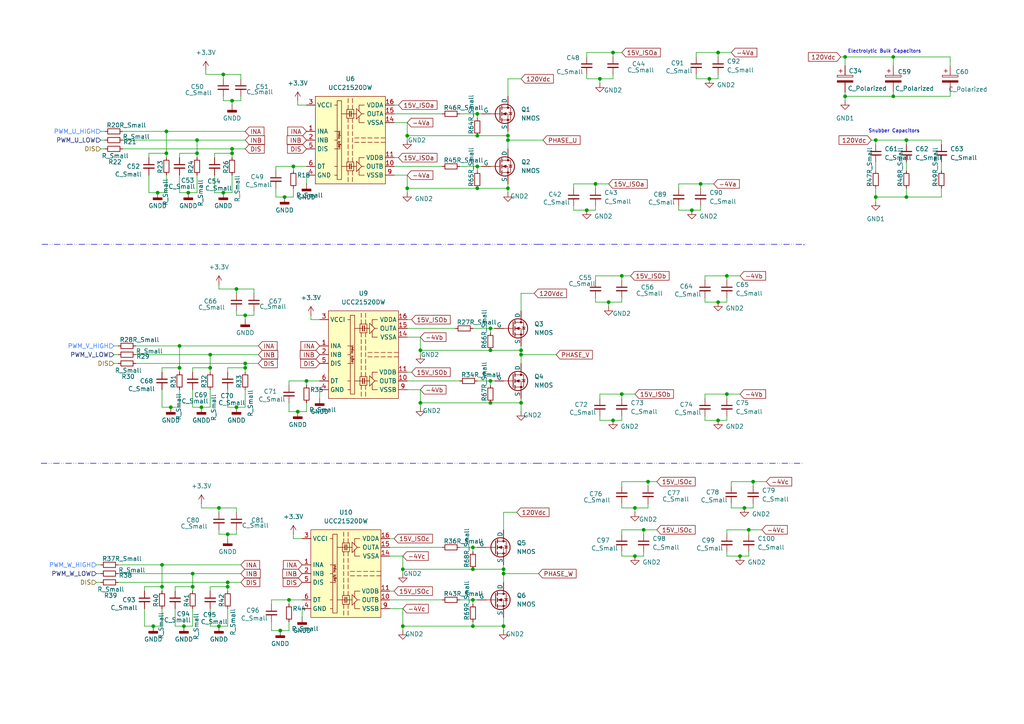
<source format=kicad_sch>
(kicad_sch (version 20240819) (generator "eeschema") (generator_version "8.99")
  (paper "A4")
  (title_block (title "MOTOR_DRIVER_GRAGO"))
  (text "Electrolytic Bulk Capacitors\n" (at 256.54 14.986 0) (effects (font (size 1 1))))
  (text "Snubber Capacitors" (at 259.334 38.1 0) (effects (font (size 1 1))))
  (junction (at 60.96 106.68))
  (junction (at 66.04 168.91))
  (junction (at 218.44 139.7))
  (junction (at 147.32 54.61))
  (junction (at 137.16 173.99))
  (junction (at 146.05 166.37))
  (junction (at 82.55 57.15))
  (junction (at 88.9 110.49))
  (junction (at 55.88 166.37))
  (junction (at 214.63 161.29))
  (junction (at 200.66 60.96))
  (junction (at 63.5 147.32))
  (junction (at 52.07 106.68))
  (junction (at 208.28 15.24))
  (junction (at 172.72 53.34))
  (junction (at 259.08 27.94))
  (junction (at 71.12 106.68))
  (junction (at 186.69 153.67))
  (junction (at 83.82 173.99))
  (junction (at 262.89 57.15))
  (junction (at 146.05 181.61))
  (junction (at 67.31 43.18))
  (junction (at 208.28 87.63))
  (junction (at 63.5 181.61))
  (junction (at 118.11 54.61))
  (junction (at 142.24 95.25))
  (junction (at 208.28 121.92))
  (junction (at 66.04 154.94))
  (junction (at 184.15 161.29))
  (junction (at 66.04 170.18))
  (junction (at 245.11 27.94))
  (junction (at 64.77 21.59))
  (junction (at 254 57.15))
  (junction (at 68.58 118.11))
  (junction (at 52.07 100.33))
  (junction (at 262.89 40.64))
  (junction (at 205.74 22.86))
  (junction (at 116.84 165.1))
  (junction (at 137.16 165.1))
  (junction (at 173.99 22.86))
  (junction (at 48.26 38.1))
  (junction (at 58.42 118.11))
  (junction (at 147.32 39.37))
  (junction (at 138.43 33.02))
  (junction (at 67.31 44.45))
  (junction (at 121.92 116.84))
  (junction (at 177.8 15.24))
  (junction (at 138.43 48.26))
  (junction (at 245.11 16.51))
  (junction (at 55.88 170.18))
  (junction (at 71.12 91.44))
  (junction (at 60.96 102.87))
  (junction (at 147.32 40.64))
  (junction (at 68.58 83.82))
  (junction (at 215.9 147.32))
  (junction (at 254 40.64))
  (junction (at 121.92 101.6))
  (junction (at 67.31 29.21))
  (junction (at 142.24 116.84))
  (junction (at 177.8 121.92))
  (junction (at 64.77 55.88))
  (junction (at 57.15 40.64))
  (junction (at 170.18 60.96))
  (junction (at 184.15 147.32))
  (junction (at 44.45 181.61))
  (junction (at 116.84 181.61))
  (junction (at 48.26 44.45))
  (junction (at 138.43 54.61))
  (junction (at 85.09 48.26))
  (junction (at 71.12 105.41))
  (junction (at 53.34 181.61))
  (junction (at 142.24 110.49))
  (junction (at 259.08 16.51))
  (junction (at 151.13 116.84))
  (junction (at 146.05 165.1))
  (junction (at 142.24 101.6))
  (junction (at 54.61 55.88))
  (junction (at 176.53 87.63))
  (junction (at 151.13 101.6))
  (junction (at 180.34 114.3))
  (junction (at 180.34 80.01))
  (junction (at 210.82 80.01))
  (junction (at 137.16 158.75))
  (junction (at 46.99 170.18))
  (junction (at 86.36 119.38))
  (junction (at 138.43 39.37))
  (junction (at 118.11 39.37))
  (junction (at 49.53 118.11))
  (junction (at 217.17 153.67))
  (junction (at 210.82 114.3))
  (junction (at 203.2 53.34))
  (junction (at 187.96 139.7))
  (junction (at 46.99 163.83))
  (junction (at 45.72 55.88))
  (junction (at 137.16 181.61))
  (junction (at 57.15 44.45))
  (junction (at 151.13 102.87))
  (junction (at 81.28 182.88))
  (wire (pts (xy 210.82 114.3) (xy 210.82 115.57)))
  (wire (pts (xy 121.92 101.6) (xy 121.92 102.87)))
  (wire (pts (xy 63.5 147.32) (xy 63.5 148.59)))
  (wire (pts (xy 133.35 33.02) (xy 138.43 33.02)))
  (wire (pts (xy 118.11 110.49) (xy 133.35 110.49)))
  (wire (pts (xy 186.69 153.67) (xy 186.69 154.94)))
  (wire (pts (xy 55.88 166.37) (xy 55.88 170.18)))
  (wire (pts (xy 149.86 148.59) (xy 146.05 148.59)))
  (wire (pts (xy 147.32 54.61) (xy 138.43 54.61)))
  (wire (pts (xy 66.04 168.91) (xy 69.85 168.91)))
  (wire (pts (xy 52.07 44.45) (xy 57.15 44.45)))
  (wire (pts (xy 68.58 83.82) (xy 68.58 85.09)))
  (wire (pts (xy 215.9 147.32) (xy 218.44 147.32)))
  (wire (pts (xy 147.32 54.61) (xy 147.32 55.88)))
  (wire (pts (xy 186.69 153.67) (xy 190.5 153.67)))
  (wire (pts (xy 114.3 30.48) (xy 115.57 30.48)))
  (wire (pts (xy 60.96 106.68) (xy 60.96 107.95)))
  (wire (pts (xy 87.63 176.53) (xy 87.63 179.07)))
  (wire (pts (xy 66.04 107.95) (xy 66.04 106.68)))
  (wire (pts (xy 196.85 53.34) (xy 196.85 54.61)))
  (wire (pts (xy 142.24 95.25) (xy 142.24 96.52)))
  (wire (pts (xy 118.11 97.79) (xy 121.92 97.79)))
  (wire (pts (xy 55.88 170.18) (xy 55.88 171.45)))
  (wire (pts (xy 204.47 86.36) (xy 204.47 87.63)))
  (wire (pts (xy 71.12 106.68) (xy 71.12 107.95)))
  (wire (pts (xy 172.72 80.01) (xy 172.72 81.28)))
  (wire (pts (xy 71.12 113.03) (xy 71.12 118.11)))
  (wire (pts (xy 180.34 153.67) (xy 180.34 154.94)))
  (wire (pts (xy 39.37 102.87) (xy 60.96 102.87)))
  (wire (pts (xy 59.69 20.32) (xy 59.69 21.59)))
  (wire (pts (xy 62.23 44.45) (xy 67.31 44.45)))
  (wire (pts (xy 172.72 53.34) (xy 176.53 53.34)))
  (wire (pts (xy 259.08 16.51) (xy 275.59 16.51)))
  (wire (pts (xy 27.94 166.37) (xy 29.21 166.37)))
  (wire (pts (xy 114.3 45.72) (xy 115.57 45.72)))
  (wire (pts (xy 142.24 110.49) (xy 142.24 111.76)))
  (wire (pts (xy 85.09 156.21) (xy 87.63 156.21)))
  (wire (pts (xy 212.09 147.32) (xy 215.9 147.32)))
  (wire (pts (xy 43.18 44.45) (xy 43.18 45.72)))
  (wire (pts (xy 35.56 38.1) (xy 48.26 38.1)))
  (wire (pts (xy 137.16 95.25) (xy 142.24 95.25)))
  (wire (pts (xy 55.88 106.68) (xy 60.96 106.68)))
  (wire (pts (xy 137.16 165.1) (xy 146.05 165.1)))
  (wire (pts (xy 118.11 35.56) (xy 118.11 39.37)))
  (wire (pts (xy 50.8 171.45) (xy 50.8 170.18)))
  (wire (pts (xy 43.18 55.88) (xy 45.72 55.88)))
  (wire (pts (xy 64.77 21.59) (xy 69.85 21.59)))
  (wire (pts (xy 64.77 29.21) (xy 67.31 29.21)))
  (wire (pts (xy 208.28 21.59) (xy 208.28 22.86)))
  (wire (pts (xy 85.09 48.26) (xy 85.09 49.53)))
  (wire (pts (xy 146.05 166.37) (xy 146.05 168.91)))
  (wire (pts (xy 59.69 21.59) (xy 64.77 21.59)))
  (wire (pts (xy 29.21 43.18) (xy 30.48 43.18)))
  (wire (pts (xy 142.24 95.25) (xy 143.51 95.25)))
  (wire (pts (xy 45.72 55.88) (xy 48.26 55.88)))
  (wire (pts (xy 83.82 173.99) (xy 87.63 173.99)))
  (wire (pts (xy 187.96 146.05) (xy 187.96 147.32)))
  (wire (pts (xy 180.34 114.3) (xy 180.34 115.57)))
  (wire (pts (xy 180.34 160.02) (xy 180.34 161.29)))
  (wire (pts (xy 147.32 40.64) (xy 157.48 40.64)))
  (wire (pts (xy 27.94 163.83) (xy 29.21 163.83)))
  (wire (pts (xy 262.89 54.61) (xy 262.89 57.15)))
  (wire (pts (xy 138.43 39.37) (xy 147.32 39.37)))
  (wire (pts (xy 151.13 101.6) (xy 151.13 102.87)))
  (wire (pts (xy 180.34 80.01) (xy 172.72 80.01)))
  (wire (pts (xy 52.07 45.72) (xy 52.07 44.45)))
  (wire (pts (xy 252.73 40.64) (xy 254 40.64)))
  (wire (pts (xy 180.34 86.36) (xy 180.34 87.63)))
  (wire (pts (xy 210.82 161.29) (xy 214.63 161.29)))
  (wire (pts (xy 33.02 102.87) (xy 34.29 102.87)))
  (wire (pts (xy 52.07 118.11) (xy 52.07 113.03)))
  (wire (pts (xy 166.37 60.96) (xy 170.18 60.96)))
  (wire (pts (xy 46.99 181.61) (xy 46.99 176.53)))
  (wire (pts (xy 86.36 30.48) (xy 88.9 30.48)))
  (wire (pts (xy 204.47 80.01) (xy 204.47 81.28)))
  (wire (pts (xy 138.43 110.49) (xy 142.24 110.49)))
  (wire (pts (xy 173.99 114.3) (xy 180.34 114.3)))
  (wire (pts (xy 166.37 53.34) (xy 166.37 54.61)))
  (wire (pts (xy 69.85 27.94) (xy 69.85 29.21)))
  (wire (pts (xy 170.18 60.96) (xy 172.72 60.96)))
  (wire (pts (xy 52.07 100.33) (xy 52.07 106.68)))
  (wire (pts (xy 78.74 173.99) (xy 78.74 175.26)))
  (wire (pts (xy 60.96 118.11) (xy 58.42 118.11)))
  (wire (pts (xy 90.17 92.71) (xy 92.71 92.71)))
  (wire (pts (xy 27.94 168.91) (xy 29.21 168.91)))
  (wire (pts (xy 208.28 15.24) (xy 208.28 16.51)))
  (wire (pts (xy 86.36 29.21) (xy 86.36 30.48)))
  (wire (pts (xy 214.63 161.29) (xy 217.17 161.29)))
  (wire (pts (xy 50.8 176.53) (xy 50.8 181.61)))
  (wire (pts (xy 67.31 30.48) (xy 67.31 29.21)))
  (wire (pts (xy 147.32 39.37) (xy 147.32 40.64)))
  (wire (pts (xy 39.37 105.41) (xy 71.12 105.41)))
  (wire (pts (xy 137.16 181.61) (xy 146.05 181.61)))
  (wire (pts (xy 88.9 110.49) (xy 88.9 111.76)))
  (wire (pts (xy 245.11 16.51) (xy 245.11 19.05)))
  (wire (pts (xy 46.99 113.03) (xy 46.99 118.11)))
  (wire (pts (xy 259.08 27.94) (xy 259.08 26.67)))
  (wire (pts (xy 262.89 57.15) (xy 273.05 57.15)))
  (wire (pts (xy 138.43 33.02) (xy 139.7 33.02)))
  (wire (pts (xy 41.91 176.53) (xy 41.91 181.61)))
  (wire (pts (xy 137.16 173.99) (xy 137.16 175.26)))
  (wire (pts (xy 180.34 80.01) (xy 182.88 80.01)))
  (wire (pts (xy 210.82 153.67) (xy 210.82 154.94)))
  (wire (pts (xy 118.11 92.71) (xy 119.38 92.71)))
  (wire (pts (xy 60.96 102.87) (xy 60.96 106.68)))
  (wire (pts (xy 80.01 48.26) (xy 85.09 48.26)))
  (wire (pts (xy 146.05 165.1) (xy 146.05 166.37)))
  (wire (pts (xy 33.02 105.41) (xy 34.29 105.41)))
  (wire (pts (xy 35.56 43.18) (xy 67.31 43.18)))
  (wire (pts (xy 217.17 153.67) (xy 217.17 154.94)))
  (wire (pts (xy 118.11 113.03) (xy 121.92 113.03)))
  (wire (pts (xy 63.5 82.55) (xy 63.5 83.82)))
  (wire (pts (xy 212.09 139.7) (xy 212.09 140.97)))
  (wire (pts (xy 121.92 113.03) (xy 121.92 116.84)))
  (wire (pts (xy 46.99 118.11) (xy 49.53 118.11)))
  (wire (pts (xy 172.72 87.63) (xy 176.53 87.63)))
  (wire (pts (xy 173.99 22.86) (xy 177.8 22.86)))
  (wire (pts (xy 204.47 114.3) (xy 204.47 115.57)))
  (wire (pts (xy 172.72 86.36) (xy 172.72 87.63)))
  (wire (pts (xy 60.96 171.45) (xy 60.96 170.18)))
  (wire (pts (xy 55.88 166.37) (xy 69.85 166.37)))
  (wire (pts (xy 180.34 114.3) (xy 184.15 114.3)))
  (wire (pts (xy 146.05 179.07) (xy 146.05 181.61)))
  (wire (pts (xy 34.29 163.83) (xy 46.99 163.83)))
  (wire (pts (xy 137.16 180.34) (xy 137.16 181.61)))
  (wire (pts (xy 118.11 95.25) (xy 132.08 95.25)))
  (wire (pts (xy 147.32 38.1) (xy 147.32 39.37)))
  (wire (pts (xy 173.99 121.92) (xy 177.8 121.92)))
  (wire (pts (xy 196.85 60.96) (xy 200.66 60.96)))
  (wire (pts (xy 208.28 121.92) (xy 210.82 121.92)))
  (polyline (pts (xy 233.172 70.866) (xy 233.172 71.12)) (stroke (width 0) (type dash_dot_dot)))
  (wire (pts (xy 78.74 180.34) (xy 78.74 182.88)))
  (wire (pts (xy 151.13 102.87) (xy 161.29 102.87)))
  (wire (pts (xy 196.85 53.34) (xy 203.2 53.34)))
  (wire (pts (xy 203.2 53.34) (xy 203.2 54.61)))
  (wire (pts (xy 83.82 119.38) (xy 86.36 119.38)))
  (wire (pts (xy 68.58 83.82) (xy 73.66 83.82)))
  (wire (pts (xy 57.15 40.64) (xy 57.15 44.45)))
  (wire (pts (xy 113.03 158.75) (xy 128.27 158.75)))
  (wire (pts (xy 113.03 173.99) (xy 128.27 173.99)))
  (wire (pts (xy 67.31 44.45) (xy 67.31 45.72)))
  (wire (pts (xy 170.18 15.24) (xy 170.18 16.51)))
  (wire (pts (xy 34.29 166.37) (xy 55.88 166.37)))
  (wire (pts (xy 66.04 154.94) (xy 68.58 154.94)))
  (polyline (pts (xy 12.192 70.866) (xy 155.956 70.866)) (stroke (width 0) (type dash_dot_dot)))
  (wire (pts (xy 151.13 85.09) (xy 151.13 90.17)))
  (wire (pts (xy 180.34 120.65) (xy 180.34 121.92)))
  (wire (pts (xy 68.58 153.67) (xy 68.58 154.94)))
  (wire (pts (xy 180.34 146.05) (xy 180.34 147.32)))
  (wire (pts (xy 151.13 102.87) (xy 151.13 105.41)))
  (wire (pts (xy 92.71 113.03) (xy 92.71 115.57)))
  (wire (pts (xy 60.96 113.03) (xy 60.96 118.11)))
  (wire (pts (xy 55.88 113.03) (xy 55.88 118.11)))
  (wire (pts (xy 245.11 27.94) (xy 245.11 29.21)))
  (wire (pts (xy 67.31 43.18) (xy 67.31 44.45)))
  (wire (pts (xy 49.53 118.11) (xy 52.07 118.11)))
  (wire (pts (xy 259.08 19.05) (xy 259.08 16.51)))
  (wire (pts (xy 121.92 116.84) (xy 121.92 118.11)))
  (wire (pts (xy 71.12 118.11) (xy 68.58 118.11)))
  (wire (pts (xy 63.5 153.67) (xy 63.5 154.94)))
  (wire (pts (xy 113.03 156.21) (xy 114.3 156.21)))
  (wire (pts (xy 52.07 100.33) (xy 74.93 100.33)))
  (wire (pts (xy 204.47 121.92) (xy 208.28 121.92)))
  (wire (pts (xy 212.09 139.7) (xy 218.44 139.7)))
  (wire (pts (xy 118.11 107.95) (xy 119.38 107.95)))
  (wire (pts (xy 210.82 80.01) (xy 214.63 80.01)))
  (wire (pts (xy 210.82 120.65) (xy 210.82 121.92)))
  (wire (pts (xy 88.9 116.84) (xy 88.9 119.38)))
  (wire (pts (xy 46.99 171.45) (xy 46.99 170.18)))
  (wire (pts (xy 114.3 50.8) (xy 118.11 50.8)))
  (wire (pts (xy 114.3 33.02) (xy 128.27 33.02)))
  (wire (pts (xy 173.99 24.13) (xy 173.99 22.86)))
  (wire (pts (xy 147.32 22.86) (xy 147.32 27.94)))
  (wire (pts (xy 68.58 91.44) (xy 71.12 91.44)))
  (wire (pts (xy 116.84 165.1) (xy 137.16 165.1)))
  (wire (pts (xy 39.37 100.33) (xy 52.07 100.33)))
  (wire (pts (xy 146.05 181.61) (xy 146.05 182.88)))
  (wire (pts (xy 48.26 38.1) (xy 71.12 38.1)))
  (wire (pts (xy 44.45 181.61) (xy 46.99 181.61)))
  (wire (pts (xy 177.8 15.24) (xy 180.34 15.24)))
  (wire (pts (xy 208.28 87.63) (xy 210.82 87.63)))
  (wire (pts (xy 68.58 118.11) (xy 66.04 118.11)))
  (wire (pts (xy 138.43 48.26) (xy 138.43 49.53)))
  (wire (pts (xy 218.44 146.05) (xy 218.44 147.32)))
  (wire (pts (xy 184.15 161.29) (xy 186.69 161.29)))
  (wire (pts (xy 172.72 59.69) (xy 172.72 60.96)))
  (wire (pts (xy 118.11 39.37) (xy 138.43 39.37)))
  (wire (pts (xy 273.05 40.64) (xy 273.05 41.91)))
  (wire (pts (xy 35.56 40.64) (xy 57.15 40.64)))
  (wire (pts (xy 184.15 147.32) (xy 187.96 147.32)))
  (wire (pts (xy 245.11 16.51) (xy 259.08 16.51)))
  (wire (pts (xy 180.34 161.29) (xy 184.15 161.29)))
  (wire (pts (xy 71.12 91.44) (xy 73.66 91.44)))
  (wire (pts (xy 57.15 40.64) (xy 71.12 40.64)))
  (wire (pts (xy 50.8 170.18) (xy 55.88 170.18)))
  (wire (pts (xy 118.11 50.8) (xy 118.11 54.61)))
  (wire (pts (xy 52.07 50.8) (xy 52.07 55.88)))
  (wire (pts (xy 254 57.15) (xy 254 58.42)))
  (wire (pts (xy 170.18 21.59) (xy 170.18 22.86)))
  (wire (pts (xy 83.82 116.84) (xy 83.82 119.38)))
  (wire (pts (xy 60.96 170.18) (xy 66.04 170.18)))
  (wire (pts (xy 43.18 50.8) (xy 43.18 55.88)))
  (wire (pts (xy 90.17 91.44) (xy 90.17 92.71)))
  (wire (pts (xy 85.09 48.26) (xy 88.9 48.26)))
  (wire (pts (xy 196.85 59.69) (xy 196.85 60.96)))
  (wire (pts (xy 52.07 106.68) (xy 46.99 106.68)))
  (wire (pts (xy 254 54.61) (xy 254 57.15)))
  (wire (pts (xy 210.82 86.36) (xy 210.82 87.63)))
  (wire (pts (xy 54.61 55.88) (xy 52.07 55.88)))
  (wire (pts (xy 210.82 114.3) (xy 214.63 114.3)))
  (wire (pts (xy 116.84 181.61) (xy 137.16 181.61)))
  (wire (pts (xy 113.03 171.45) (xy 114.3 171.45)))
  (wire (pts (xy 83.82 110.49) (xy 83.82 111.76)))
  (wire (pts (xy 151.13 100.33) (xy 151.13 101.6)))
  (wire (pts (xy 66.04 156.21) (xy 66.04 154.94)))
  (wire (pts (xy 68.58 147.32) (xy 68.58 148.59)))
  (wire (pts (xy 176.53 88.9) (xy 176.53 87.63)))
  (wire (pts (xy 33.02 100.33) (xy 34.29 100.33)))
  (wire (pts (xy 166.37 53.34) (xy 172.72 53.34)))
  (wire (pts (xy 62.23 45.72) (xy 62.23 44.45)))
  (wire (pts (xy 177.8 121.92) (xy 180.34 121.92)))
  (wire (pts (xy 262.89 40.64) (xy 254 40.64)))
  (wire (pts (xy 142.24 101.6) (xy 151.13 101.6)))
  (wire (pts (xy 48.26 55.88) (xy 48.26 50.8)))
  (wire (pts (xy 177.8 21.59) (xy 177.8 22.86)))
  (wire (pts (xy 52.07 107.95) (xy 52.07 106.68)))
  (wire (pts (xy 48.26 45.72) (xy 48.26 44.45)))
  (wire (pts (xy 68.58 90.17) (xy 68.58 91.44)))
  (wire (pts (xy 78.74 173.99) (xy 83.82 173.99)))
  (wire (pts (xy 245.11 27.94) (xy 259.08 27.94)))
  (wire (pts (xy 187.96 139.7) (xy 180.34 139.7)))
  (wire (pts (xy 204.47 114.3) (xy 210.82 114.3)))
  (wire (pts (xy 204.47 120.65) (xy 204.47 121.92)))
  (wire (pts (xy 147.32 53.34) (xy 147.32 54.61)))
  (wire (pts (xy 66.04 181.61) (xy 63.5 181.61)))
  (wire (pts (xy 55.88 181.61) (xy 53.34 181.61)))
  (wire (pts (xy 34.29 168.91) (xy 66.04 168.91)))
  (wire (pts (xy 113.03 161.29) (xy 116.84 161.29)))
  (wire (pts (xy 53.34 181.61) (xy 50.8 181.61)))
  (wire (pts (xy 88.9 50.8) (xy 88.9 53.34)))
  (wire (pts (xy 180.34 80.01) (xy 180.34 81.28)))
  (wire (pts (xy 82.55 57.15) (xy 85.09 57.15)))
  (wire (pts (xy 166.37 59.69) (xy 166.37 60.96)))
  (wire (pts (xy 203.2 53.34) (xy 207.01 53.34)))
  (wire (pts (xy 55.88 176.53) (xy 55.88 181.61)))
  (wire (pts (xy 201.93 15.24) (xy 201.93 16.51)))
  (wire (pts (xy 177.8 15.24) (xy 177.8 16.51)))
  (wire (pts (xy 46.99 106.68) (xy 46.99 107.95)))
  (wire (pts (xy 48.26 38.1) (xy 48.26 44.45)))
  (wire (pts (xy 176.53 87.63) (xy 180.34 87.63)))
  (wire (pts (xy 62.23 50.8) (xy 62.23 55.88)))
  (wire (pts (xy 217.17 160.02) (xy 217.17 161.29)))
  (wire (pts (xy 73.66 83.82) (xy 73.66 85.09)))
  (wire (pts (xy 121.92 101.6) (xy 142.24 101.6)))
  (wire (pts (xy 146.05 163.83) (xy 146.05 165.1)))
  (wire (pts (xy 88.9 110.49) (xy 92.71 110.49)))
  (wire (pts (xy 71.12 92.71) (xy 71.12 91.44)))
  (wire (pts (xy 254 57.15) (xy 262.89 57.15)))
  (wire (pts (xy 57.15 44.45) (xy 57.15 45.72)))
  (wire (pts (xy 41.91 181.61) (xy 44.45 181.61)))
  (wire (pts (xy 187.96 139.7) (xy 190.5 139.7)))
  (wire (pts (xy 63.5 147.32) (xy 68.58 147.32)))
  (wire (pts (xy 60.96 176.53) (xy 60.96 181.61)))
  (wire (pts (xy 80.01 48.26) (xy 80.01 49.53)))
  (wire (pts (xy 204.47 80.01) (xy 210.82 80.01)))
  (wire (pts (xy 205.74 22.86) (xy 208.28 22.86)))
  (wire (pts (xy 83.82 110.49) (xy 88.9 110.49)))
  (wire (pts (xy 64.77 21.59) (xy 64.77 22.86)))
  (wire (pts (xy 58.42 147.32) (xy 63.5 147.32)))
  (wire (pts (xy 173.99 120.65) (xy 173.99 121.92)))
  (wire (pts (xy 85.09 54.61) (xy 85.09 57.15)))
  (wire (pts (xy 85.09 154.94) (xy 85.09 156.21)))
  (wire (pts (xy 173.99 114.3) (xy 173.99 115.57)))
  (wire (pts (xy 180.34 139.7) (xy 180.34 140.97)))
  (wire (pts (xy 151.13 116.84) (xy 151.13 119.38)))
  (wire (pts (xy 114.3 35.56) (xy 118.11 35.56)))
  (wire (pts (xy 55.88 107.95) (xy 55.88 106.68)))
  (wire (pts (xy 203.2 59.69) (xy 203.2 60.96)))
  (wire (pts (xy 137.16 158.75) (xy 138.43 158.75)))
  (polyline (pts (xy 11.938 134.366) (xy 155.702 134.366)) (stroke (width 0) (type dash_dot_dot)))
  (polyline (pts (xy 155.956 70.866) (xy 233.172 70.866)) (stroke (width 0) (type dash_dot_dot)))
  (wire (pts (xy 275.59 16.51) (xy 275.59 19.05)))
  (wire (pts (xy 113.03 176.53) (xy 116.84 176.53)))
  (wire (pts (xy 180.34 153.67) (xy 186.69 153.67)))
  (wire (pts (xy 121.92 116.84) (xy 142.24 116.84)))
  (wire (pts (xy 83.82 180.34) (xy 83.82 182.88)))
  (wire (pts (xy 204.47 87.63) (xy 208.28 87.63)))
  (wire (pts (xy 29.21 38.1) (xy 30.48 38.1)))
  (wire (pts (xy 67.31 43.18) (xy 71.12 43.18)))
  (wire (pts (xy 63.5 154.94) (xy 66.04 154.94)))
  (wire (pts (xy 46.99 163.83) (xy 46.99 170.18)))
  (wire (pts (xy 210.82 153.67) (xy 217.17 153.67)))
  (wire (pts (xy 208.28 15.24) (xy 212.09 15.24)))
  (wire (pts (xy 170.18 22.86) (xy 173.99 22.86)))
  (wire (pts (xy 67.31 55.88) (xy 64.77 55.88)))
  (wire (pts (xy 64.77 27.94) (xy 64.77 29.21)))
  (wire (pts (xy 137.16 173.99) (xy 138.43 173.99)))
  (wire (pts (xy 116.84 181.61) (xy 116.84 182.88)))
  (wire (pts (xy 46.99 163.83) (xy 69.85 163.83)))
  (wire (pts (xy 200.66 60.96) (xy 203.2 60.96)))
  (wire (pts (xy 81.28 182.88) (xy 83.82 182.88)))
  (wire (pts (xy 114.3 48.26) (xy 128.27 48.26)))
  (wire (pts (xy 78.74 182.88) (xy 81.28 182.88)))
  (wire (pts (xy 151.13 22.86) (xy 147.32 22.86)))
  (wire (pts (xy 262.89 40.64) (xy 262.89 41.91)))
  (wire (pts (xy 138.43 33.02) (xy 138.43 34.29)))
  (wire (pts (xy 133.35 158.75) (xy 137.16 158.75)))
  (wire (pts (xy 177.8 15.24) (xy 170.18 15.24)))
  (wire (pts (xy 41.91 170.18) (xy 41.91 171.45)))
  (wire (pts (xy 71.12 105.41) (xy 71.12 106.68)))
  (wire (pts (xy 67.31 29.21) (xy 69.85 29.21)))
  (wire (pts (xy 116.84 161.29) (xy 116.84 165.1)))
  (wire (pts (xy 151.13 115.57) (xy 151.13 116.84)))
  (wire (pts (xy 66.04 170.18) (xy 66.04 171.45)))
  (wire (pts (xy 57.15 50.8) (xy 57.15 55.88)))
  (wire (pts (xy 86.36 119.38) (xy 88.9 119.38)))
  (wire (pts (xy 58.42 118.11) (xy 55.88 118.11)))
  (wire (pts (xy 187.96 139.7) (xy 187.96 140.97)))
  (wire (pts (xy 218.44 139.7) (xy 222.25 139.7)))
  (wire (pts (xy 67.31 50.8) (xy 67.31 55.88)))
  (wire (pts (xy 66.04 106.68) (xy 71.12 106.68)))
  (wire (pts (xy 262.89 46.99) (xy 262.89 49.53)))
  (wire (pts (xy 116.84 165.1) (xy 116.84 166.37)))
  (wire (pts (xy 245.11 26.67) (xy 245.11 27.94)))
  (wire (pts (xy 146.05 148.59) (xy 146.05 153.67)))
  (wire (pts (xy 259.08 27.94) (xy 275.59 27.94)))
  (wire (pts (xy 147.32 40.64) (xy 147.32 43.18)))
  (wire (pts (xy 254 40.64) (xy 254 41.91)))
  (wire (pts (xy 138.43 48.26) (xy 139.7 48.26)))
  (wire (pts (xy 60.96 102.87) (xy 74.93 102.87)))
  (wire (pts (xy 275.59 26.67) (xy 275.59 27.94)))
  (polyline (pts (xy 155.448 134.366) (xy 232.918 134.366)) (stroke (width 0) (type dash_dot_dot)))
  (wire (pts (xy 73.66 90.17) (xy 73.66 91.44)))
  (wire (pts (xy 46.99 170.18) (xy 41.91 170.18)))
  (wire (pts (xy 118.11 54.61) (xy 118.11 55.88)))
  (wire (pts (xy 273.05 54.61) (xy 273.05 57.15)))
  (wire (pts (xy 212.09 146.05) (xy 212.09 147.32)))
  (wire (pts (xy 66.04 176.53) (xy 66.04 181.61)))
  (wire (pts (xy 142.24 116.84) (xy 151.13 116.84)))
  (wire (pts (xy 210.82 80.01) (xy 210.82 81.28)))
  (wire (pts (xy 142.24 110.49) (xy 143.51 110.49)))
  (wire (pts (xy 69.85 21.59) (xy 69.85 22.86)))
  (wire (pts (xy 172.72 53.34) (xy 172.72 54.61)))
  (wire (pts (xy 186.69 160.02) (xy 186.69 161.29)))
  (wire (pts (xy 121.92 97.79) (xy 121.92 101.6)))
  (wire (pts (xy 201.93 22.86) (xy 205.74 22.86)))
  (wire (pts (xy 80.01 57.15) (xy 82.55 57.15)))
  (wire (pts (xy 218.44 139.7) (xy 218.44 140.97)))
  (wire (pts (xy 180.34 147.32) (xy 184.15 147.32)))
  (wire (pts (xy 137.16 158.75) (xy 137.16 160.02)))
  (wire (pts (xy 201.93 21.59) (xy 201.93 22.86)))
  (wire (pts (xy 48.26 44.45) (xy 43.18 44.45)))
  (wire (pts (xy 154.94 85.09) (xy 151.13 85.09)))
  (wire (pts (xy 133.35 48.26) (xy 138.43 48.26)))
  (wire (pts (xy 184.15 148.59) (xy 184.15 147.32)))
  (wire (pts (xy 71.12 105.41) (xy 74.93 105.41)))
  (wire (pts (xy 80.01 54.61) (xy 80.01 57.15)))
  (wire (pts (xy 58.42 146.05) (xy 58.42 147.32)))
  (wire (pts (xy 273.05 46.99) (xy 273.05 49.53)))
  (wire (pts (xy 243.84 16.51) (xy 245.11 16.51)))
  (wire (pts (xy 133.35 173.99) (xy 137.16 173.99)))
  (wire (pts (xy 64.77 55.88) (xy 62.23 55.88)))
  (wire (pts (xy 118.11 39.37) (xy 118.11 40.64)))
  (wire (pts (xy 273.05 40.64) (xy 262.89 40.64)))
  (wire (pts (xy 83.82 173.99) (xy 83.82 175.26)))
  (wire (pts (xy 217.17 153.67) (xy 220.98 153.67)))
  (wire (pts (xy 138.43 54.61) (xy 118.11 54.61)))
  (wire (pts (xy 116.84 176.53) (xy 116.84 181.61)))
  (wire (pts (xy 63.5 181.61) (xy 60.96 181.61)))
  (wire (pts (xy 63.5 83.82) (xy 68.58 83.82)))
  (wire (pts (xy 29.21 40.64) (xy 30.48 40.64)))
  (wire (pts (xy 66.04 168.91) (xy 66.04 170.18)))
  (wire (pts (xy 210.82 160.02) (xy 210.82 161.29)))
  (wire (pts (xy 66.04 113.03) (xy 66.04 118.11)))
  (wire (pts (xy 57.15 55.88) (xy 54.61 55.88)))
  (wire (pts (xy 254 46.99) (xy 254 49.53)))
  (wire (pts (xy 201.93 15.24) (xy 208.28 15.24)))
  (wire (pts (xy 146.05 166.37) (xy 156.21 166.37)))
  (global_label "PHASE_V" (shape input) (at 161.29 102.87 0) (property "Intersheetrefs" "${INTERSHEET_REFS}" (effects (hide yes))))
  (global_label "-4Vb" (shape input) (at 214.63 80.01 0) (property "Intersheetrefs" "${INTERSHEET_REFS}" (effects (hide yes))))
  (global_label "15V_ISOc" (shape input) (at 114.3 171.45 0) (property "Intersheetrefs" "${INTERSHEET_REFS}" (effects (hide yes))))
  (global_label "-4Va" (shape input) (at 212.09 15.24 0) (property "Intersheetrefs" "${INTERSHEET_REFS}" (effects (hide yes))))
  (global_label "15V_ISOb" (shape input) (at 119.38 107.95 0) (property "Intersheetrefs" "${INTERSHEET_REFS}" (effects (hide yes))))
  (global_label "120Vdc" (shape input) (at 151.13 22.86 0) (property "Intersheetrefs" "${INTERSHEET_REFS}" (effects (hide yes))))
  (global_label "-4Vc" (shape input) (at 222.25 139.7 0) (property "Intersheetrefs" "${INTERSHEET_REFS}" (effects (hide yes))))
  (global_label "15V_ISOa" (shape input) (at 176.53 53.34 0) (property "Intersheetrefs" "${INTERSHEET_REFS}" (effects (hide yes))))
  (global_label "INA" (shape input) (at 88.9 38.1 180) (property "Intersheetrefs" "${INTERSHEET_REFS}" (effects (hide yes))))
  (global_label "INB" (shape input) (at 87.63 166.37 180) (property "Intersheetrefs" "${INTERSHEET_REFS}" (effects (hide yes))))
  (global_label "INA" (shape input) (at 74.93 100.33 0) (property "Intersheetrefs" "${INTERSHEET_REFS}" (effects (hide yes))))
  (global_label "INB" (shape input) (at 71.12 40.64 0) (property "Intersheetrefs" "${INTERSHEET_REFS}" (effects (hide yes))))
  (global_label "INA" (shape input) (at 71.12 38.1 0) (property "Intersheetrefs" "${INTERSHEET_REFS}" (effects (hide yes))))
  (global_label "15V_ISOb" (shape input) (at 182.88 80.01 0) (property "Intersheetrefs" "${INTERSHEET_REFS}" (effects (hide yes))))
  (global_label "DIS" (shape input) (at 71.12 43.18 0) (property "Intersheetrefs" "${INTERSHEET_REFS}" (effects (hide yes))))
  (global_label "120Vdc" (shape input) (at 252.73 40.64 180) (property "Intersheetrefs" "${INTERSHEET_REFS}" (effects (hide yes))))
  (global_label "-4Vc" (shape input) (at 116.84 161.29 0) (property "Intersheetrefs" "${INTERSHEET_REFS}" (effects (hide yes))))
  (global_label "-4Va" (shape input) (at 118.11 50.8 0) (property "Intersheetrefs" "${INTERSHEET_REFS}" (effects (hide yes))))
  (global_label "INA" (shape input) (at 92.71 100.33 180) (property "Intersheetrefs" "${INTERSHEET_REFS}" (effects (hide yes))))
  (global_label "15V_ISOb" (shape input) (at 184.15 114.3 0) (property "Intersheetrefs" "${INTERSHEET_REFS}" (effects (hide yes))))
  (global_label "INA" (shape input) (at 69.85 163.83 0) (property "Intersheetrefs" "${INTERSHEET_REFS}" (effects (hide yes))))
  (global_label "INB" (shape input) (at 92.71 102.87 180) (property "Intersheetrefs" "${INTERSHEET_REFS}" (effects (hide yes))))
  (global_label "DIS" (shape input) (at 88.9 43.18 180) (property "Intersheetrefs" "${INTERSHEET_REFS}" (effects (hide yes))))
  (global_label "15V_ISOa" (shape input) (at 115.57 30.48 0) (property "Intersheetrefs" "${INTERSHEET_REFS}" (effects (hide yes))))
  (global_label "15V_ISOc" (shape input) (at 190.5 153.67 0) (property "Intersheetrefs" "${INTERSHEET_REFS}" (effects (hide yes))))
  (global_label "-4Vb" (shape input) (at 121.92 113.03 0) (property "Intersheetrefs" "${INTERSHEET_REFS}" (effects (hide yes))))
  (global_label "120Vdc" (shape input) (at 154.94 85.09 0) (property "Intersheetrefs" "${INTERSHEET_REFS}" (effects (hide yes))))
  (global_label "15V_ISOa" (shape input) (at 115.57 45.72 0) (property "Intersheetrefs" "${INTERSHEET_REFS}" (effects (hide yes))))
  (global_label "15V_ISOc" (shape input) (at 190.5 139.7 0) (property "Intersheetrefs" "${INTERSHEET_REFS}" (effects (hide yes))))
  (global_label "15V_ISOc" (shape input) (at 114.3 156.21 0) (property "Intersheetrefs" "${INTERSHEET_REFS}" (effects (hide yes))))
  (global_label "15V_ISOa" (shape input) (at 180.34 15.24 0) (property "Intersheetrefs" "${INTERSHEET_REFS}" (effects (hide yes))))
  (global_label "PHASE_W" (shape input) (at 156.21 166.37 0) (property "Intersheetrefs" "${INTERSHEET_REFS}" (effects (hide yes))))
  (global_label "15V_ISOb" (shape input) (at 119.38 92.71 0) (property "Intersheetrefs" "${INTERSHEET_REFS}" (effects (hide yes))))
  (global_label "INA" (shape input) (at 87.63 163.83 180) (property "Intersheetrefs" "${INTERSHEET_REFS}" (effects (hide yes))))
  (global_label "INB" (shape input) (at 88.9 40.64 180) (property "Intersheetrefs" "${INTERSHEET_REFS}" (effects (hide yes))))
  (global_label "120Vdc" (shape input) (at 149.86 148.59 0) (property "Intersheetrefs" "${INTERSHEET_REFS}" (effects (hide yes))))
  (global_label "DIS" (shape input) (at 74.93 105.41 0) (property "Intersheetrefs" "${INTERSHEET_REFS}" (effects (hide yes))))
  (global_label "-4Va" (shape input) (at 118.11 35.56 0) (property "Intersheetrefs" "${INTERSHEET_REFS}" (effects (hide yes))))
  (global_label "INB" (shape input) (at 69.85 166.37 0) (property "Intersheetrefs" "${INTERSHEET_REFS}" (effects (hide yes))))
  (global_label "-4Vc" (shape input) (at 220.98 153.67 0) (property "Intersheetrefs" "${INTERSHEET_REFS}" (effects (hide yes))))
  (global_label "INB" (shape input) (at 74.93 102.87 0) (property "Intersheetrefs" "${INTERSHEET_REFS}" (effects (hide yes))))
  (global_label "DIS" (shape input) (at 92.71 105.41 180) (property "Intersheetrefs" "${INTERSHEET_REFS}" (effects (hide yes))))
  (global_label "-4Vc" (shape input) (at 116.84 176.53 0) (property "Intersheetrefs" "${INTERSHEET_REFS}" (effects (hide yes))))
  (global_label "-4Vb" (shape input) (at 121.92 97.79 0) (property "Intersheetrefs" "${INTERSHEET_REFS}" (effects (hide yes))))
  (global_label "DIS" (shape input) (at 87.63 168.91 180) (property "Intersheetrefs" "${INTERSHEET_REFS}" (effects (hide yes))))
  (global_label "120Vdc" (shape input) (at 243.84 16.51 180) (property "Intersheetrefs" "${INTERSHEET_REFS}" (effects (hide yes))))
  (global_label "PHASE_U" (shape input) (at 157.48 40.64 0) (property "Intersheetrefs" "${INTERSHEET_REFS}" (effects (hide yes))))
  (global_label "-4Vb" (shape input) (at 214.63 114.3 0) (property "Intersheetrefs" "${INTERSHEET_REFS}" (effects (hide yes))))
  (global_label "DIS" (shape input) (at 69.85 168.91 0) (property "Intersheetrefs" "${INTERSHEET_REFS}" (effects (hide yes))))
  (global_label "-4Va" (shape input) (at 207.01 53.34 0) (property "Intersheetrefs" "${INTERSHEET_REFS}" (effects (hide yes))))
  (hierarchical_label "PWM_V_LOW" (shape input) (at 33.02 102.87 180))
  (hierarchical_label "DIS" (shape input) (at 29.21 43.18 180))
  (hierarchical_label "PWM_U_HIGH" (shape input) (at 29.21 38.1 180))
  (hierarchical_label "PWM_U_LOW" (shape input) (at 29.21 40.64 180))
  (hierarchical_label "PWM_V_HIGH" (shape input) (at 33.02 100.33 180))
  (hierarchical_label "DIS" (shape input) (at 33.02 105.41 180))
  (hierarchical_label "PWM_W_HIGH" (shape input) (at 27.94 163.83 180))
  (hierarchical_label "DIS" (shape input) (at 27.94 168.91 180))
  (hierarchical_label "PWM_W_LOW" (shape input) (at 27.94 166.37 180))
  (symbol (lib_id "Device:C_Polarized") (at 259.08 22.86 0) (unit 1)
    (property "Reference" "C59" (at 260.35 20.828 0) (effects (justify left)))
    (property "Value" "C_Polarized" (at 259.588 25.654 0) (effects (justify left)))
    (property "Description" "Polarized capacitor" (effects (hide yes)))
  )
  (symbol (lib_id "Device:R_Small") (at 33.02 43.18 90) (unit 1)
    (property "Reference" "R22" (at 35.306 46.99 90) (effects (justify left)))
    (property "Value" "R_Small" (at 37.338 45.212 90) (effects (justify left)))
    (property "Description" "Resistor, small symbol" (effects (hide yes)))
  )
  (symbol (lib_id "Device:R_Small") (at 142.24 99.06 180) (unit 1)
    (property "Reference" "R66" (at 140.462 97.282 90) (effects (justify left)))
    (property "Value" "R_Small" (at 140.462 89.662 90) (effects (justify left)))
    (property "Description" "Resistor, small symbol" (effects (hide yes)))
  )
  (symbol (lib_id "Device:R_Small") (at 130.81 33.02 90) (unit 1)
    (property "Reference" "R46" (at 132.588 31.242 90) (effects (justify left)))
    (property "Value" "R_Small" (at 140.208 31.242 90) (effects (justify left)))
    (property "Description" "Resistor, small symbol" (effects (hide yes)))
  )
  (symbol (lib_id "power:GND2") (at 176.53 88.9 0) (mirror y) (unit 1)
    (property "Reference" "#PWR086" (effects (hide yes)))
    (property "Value" "GND2" (at 180.34 90.932 0))
    (property "Description" "Power symbol creates a global label with name \"GND2\" , ground" (effects (hide yes)))
  )
  (symbol (lib_id "Device:C_Small") (at 50.8 173.99 0) (mirror y) (unit 1)
    (property "Reference" "C94" (at 55.118 178.054 0) (effects (justify left)))
    (property "Value" "C_Small" (at 55.372 179.832 0) (effects (justify left)))
    (property "Description" "Unpolarized capacitor, small symbol" (effects (hide yes)))
  )
  (symbol (lib_id "Device:C_Small") (at 68.58 151.13 0) (mirror y) (unit 1)
    (property "Reference" "C81" (at 76.708 150.876 0) (effects (justify left)))
    (property "Value" "C_Small" (at 77.978 152.4 0) (effects (justify left)))
    (property "Description" "Unpolarized capacitor, small symbol" (effects (hide yes)))
  )
  (symbol (lib_id "Simulation_SPICE:NMOS") (at 148.59 95.25 0) (unit 1)
    (property "Reference" "Q3" (at 154.94 93.9799 0) (effects (justify left)))
    (property "Value" "NMOS" (at 154.94 96.5199 0) (effects (justify left)))
    (property "Datasheet" "https://ngspice.sourceforge.io/docs/ngspice-html-manual/manual.xhtml#cha_MOSFETs" (effects (hide yes)))
    (property "Description" "N-MOSFET transistor, drain/source/gate" (effects (hide yes)))
    (property "Sim.Device" "NMOS" (effects (hide yes)))
    (property "Sim.Type" "VDMOS" (effects (hide yes)))
    (property "Sim.Pins" "1=D 2=G 3=S" (effects (hide yes)))
  )
  (symbol (lib_id "Device:R_Small") (at 88.9 114.3 0) (unit 1)
    (property "Reference" "R35" (at 89.916 113.03 0) (effects (justify left)))
    (property "Value" "R_Small" (at 89.662 118.872 0) (effects (justify left)))
    (property "Description" "Resistor, small symbol" (effects (hide yes)))
  )
  (symbol (lib_id "Device:C_Small") (at 52.07 48.26 0) (mirror y) (unit 1)
    (property "Reference" "C53" (at 56.388 52.324 0) (effects (justify left)))
    (property "Value" "C_Small" (at 56.642 54.102 0) (effects (justify left)))
    (property "Description" "Unpolarized capacitor, small symbol" (effects (hide yes)))
  )
  (symbol (lib_id "Device:R_Small") (at 85.09 52.07 0) (unit 1)
    (property "Reference" "R18" (at 86.106 50.8 0) (effects (justify left)))
    (property "Value" "R_Small" (at 85.852 56.642 0) (effects (justify left)))
    (property "Description" "Resistor, small symbol" (effects (hide yes)))
  )
  (symbol (lib_id "power:GND2") (at 184.15 148.59 0) (mirror y) (unit 1)
    (property "Reference" "#PWR0105" (effects (hide yes)))
    (property "Value" "GND2" (at 187.96 150.622 0))
    (property "Description" "Power symbol creates a global label with name \"GND2\" , ground" (effects (hide yes)))
  )
  (symbol (lib_id "Device:C_Small") (at 210.82 83.82 0) (unit 1)
    (property "Reference" "C65" (at 213.36 82.5562 0) (effects (justify left)))
    (property "Value" "C_Small" (at 213.36 85.0962 0) (effects (justify left)))
    (property "Description" "Unpolarized capacitor, small symbol" (effects (hide yes)))
  )
  (symbol (lib_id "power:GND2") (at 118.11 40.64 0) (mirror y) (unit 1)
    (property "Reference" "#PWR072" (effects (hide yes)))
    (property "Value" "GND2" (at 120.904 40.64 0))
    (property "Description" "Power symbol creates a global label with name \"GND2\" , ground" (effects (hide yes)))
  )
  (symbol (lib_id "power:GNDD") (at 68.58 118.11 0) (unit 1)
    (property "Reference" "#PWR098" (effects (hide yes)))
    (property "Value" "GNDD" (at 68.58 121.92 0))
    (property "Description" "Power symbol creates a global label with name \"GNDD\" , digital ground" (effects (hide yes)))
  )
  (symbol (lib_id "power:GNDD") (at 88.9 53.34 0) (unit 1)
    (property "Reference" "#PWR073" (effects (hide yes)))
    (property "Value" "GNDD" (at 88.9 57.15 0))
    (property "Description" "Power symbol creates a global label with name \"GNDD\" , digital ground" (effects (hide yes)))
  )
  (symbol (lib_id "Device:R_Small") (at 33.02 40.64 90) (unit 1)
    (property "Reference" "R21" (at 39.624 41.148 90) (effects (justify left)))
    (property "Value" "R_Small" (at 43.434 39.624 90) (effects (justify left)))
    (property "Description" "Resistor, small symbol" (effects (hide yes)))
  )
  (symbol (lib_id "power:GNDD") (at 82.55 57.15 0) (unit 1)
    (property "Reference" "#PWR074" (effects (hide yes)))
    (property "Value" "GNDD" (at 82.55 60.96 0))
    (property "Description" "Power symbol creates a global label with name \"GNDD\" , digital ground" (effects (hide yes)))
  )
  (symbol (lib_id "Driver_FET:UCC21520DW") (at 101.6 40.64 0) (unit 1)
    (property "Reference" "U6" (at 101.6 22.86 0))
    (property "Value" "UCC21520DW" (at 101.6 25.4 0))
    (property "Footprint" "Package_SO:SOIC-16W_7.5x10.3mm_P1.27mm" (effects (hide yes)))
    (property "Datasheet" "http://www.ti.com/lit/ds/symlink/ucc21520.pdf" (effects (hide yes)))
    (property "Description" "Isolated Dual-Channel Gate Driver, Output Current 4.0/6.0A, 5.7kV Isolation, 8V UVLO, SOIC-16W" (effects (hide yes)))
  )
  (symbol (lib_id "Device:C_Polarized") (at 245.11 22.86 0) (unit 1)
    (property "Reference" "C34" (at 246.126 20.574 0) (effects (justify left)))
    (property "Value" "C_Polarized" (at 245.872 25.654 0) (effects (justify left)))
    (property "Description" "Polarized capacitor" (effects (hide yes)))
  )
  (symbol (lib_id "Device:C_Small") (at 43.18 48.26 0) (mirror y) (unit 1)
    (property "Reference" "C52" (at 40.64 48.26 0) (effects (justify left)))
    (property "Value" "C_Small" (at 41.148 50.546 0) (effects (justify left)))
    (property "Description" "Unpolarized capacitor, small symbol" (effects (hide yes)))
  )
  (symbol (lib_id "Device:C_Small") (at 173.99 118.11 0) (unit 1)
    (property "Reference" "C72" (at 166.624 117.348 0) (effects (justify left)))
    (property "Value" "C_Small" (at 165.1 119.634 0) (effects (justify left)))
    (property "Description" "Unpolarized capacitor, small symbol" (effects (hide yes)))
  )
  (symbol (lib_id "Device:C_Small") (at 180.34 157.48 0) (unit 1)
    (property "Reference" "C97" (at 172.974 156.718 0) (effects (justify left)))
    (property "Value" "C_Small" (at 171.45 159.004 0) (effects (justify left)))
    (property "Description" "Unpolarized capacitor, small symbol" (effects (hide yes)))
  )
  (symbol (lib_id "power:GNDD") (at 87.63 179.07 0) (unit 1)
    (property "Reference" "#PWR0109" (effects (hide yes)))
    (property "Value" "GNDD" (at 87.63 182.88 0))
    (property "Description" "Power symbol creates a global label with name \"GNDD\" , digital ground" (effects (hide yes)))
  )
  (symbol (lib_id "Device:R_Small") (at 134.62 95.25 90) (unit 1)
    (property "Reference" "R27" (at 136.398 93.472 90) (effects (justify left)))
    (property "Value" "R_Small" (at 144.018 93.472 90) (effects (justify left)))
    (property "Description" "Resistor, small symbol" (effects (hide yes)))
  )
  (symbol (lib_id "power:GND2") (at 208.28 87.63 0) (unit 1)
    (property "Reference" "#PWR085" (effects (hide yes)))
    (property "Value" "GND2" (at 213.106 89.408 0))
    (property "Description" "Power symbol creates a global label with name \"GND2\" , ground" (effects (hide yes)))
  )
  (symbol (lib_id "Device:R_Small") (at 137.16 162.56 180) (unit 1)
    (property "Reference" "R68" (at 135.382 160.782 90) (effects (justify left)))
    (property "Value" "R_Small" (at 135.382 153.162 90) (effects (justify left)))
    (property "Description" "Resistor, small symbol" (effects (hide yes)))
  )
  (symbol (lib_id "Device:R_Small") (at 262.89 52.07 180) (unit 1)
    (property "Reference" "R48" (at 261.112 50.292 90) (effects (justify left)))
    (property "Value" "R_Small" (at 261.112 42.672 90) (effects (justify left)))
    (property "Description" "Resistor, small symbol" (effects (hide yes)))
  )
  (symbol (lib_id "power:+12V") (at 63.5 82.55 0) (unit 1)
    (property "Reference" "#PWR084" (effects (hide yes)))
    (property "Value" "+3.3V" (at 63.5 77.47 0))
    (property "Description" "Power symbol creates a global label with name \"+12V\"" (effects (hide yes)))
  )
  (symbol (lib_id "power:GNDD") (at 92.71 115.57 0) (unit 1)
    (property "Reference" "#PWR095" (effects (hide yes)))
    (property "Value" "GNDD" (at 92.71 119.38 0))
    (property "Description" "Power symbol creates a global label with name \"GNDD\" , digital ground" (effects (hide yes)))
  )
  (symbol (lib_id "power:GNDD") (at 45.72 55.88 0) (unit 1)
    (property "Reference" "#PWR077" (effects (hide yes)))
    (property "Value" "GNDD" (at 45.72 59.69 0))
    (property "Description" "Power symbol creates a global label with name \"GNDD\" , digital ground" (effects (hide yes)))
  )
  (symbol (lib_id "Device:C_Small") (at 55.88 110.49 0) (mirror y) (unit 1)
    (property "Reference" "C69" (at 60.198 114.554 0) (effects (justify left)))
    (property "Value" "C_Small" (at 60.452 116.332 0) (effects (justify left)))
    (property "Description" "Unpolarized capacitor, small symbol" (effects (hide yes)))
  )
  (symbol (lib_id "Device:C_Small") (at 172.72 83.82 0) (mirror y) (unit 1)
    (property "Reference" "C55" (at 171.704 80.518 0) (effects (justify left)))
    (property "Value" "C_Small" (at 172.72 82.296 0) (effects (justify left)))
    (property "Description" "Unpolarized capacitor, small symbol" (effects (hide yes)))
  )
  (symbol (lib_id "Device:C_Small") (at 180.34 118.11 0) (unit 1)
    (property "Reference" "C73" (at 182.88 116.8462 0) (effects (justify left)))
    (property "Value" "C_Small" (at 182.88 119.3862 0) (effects (justify left)))
    (property "Description" "Unpolarized capacitor, small symbol" (effects (hide yes)))
  )
  (symbol (lib_id "Device:R_Small") (at 46.99 173.99 180) (unit 1)
    (property "Reference" "R40" (at 45.212 172.212 90) (effects (justify left)))
    (property "Value" "R_Small" (at 46.736 177.546 90) (effects (justify left)))
    (property "Description" "Resistor, small symbol" (effects (hide yes)))
  )
  (symbol (lib_id "Device:C_Small") (at 60.96 173.99 0) (mirror y) (unit 1)
    (property "Reference" "C95" (at 62.738 178.308 0) (effects (justify left)))
    (property "Value" "C_Small" (at 66.04 180.34 0) (effects (justify left)))
    (property "Description" "Unpolarized capacitor, small symbol" (effects (hide yes)))
  )
  (symbol (lib_id "power:GND2") (at 177.8 121.92 0) (unit 1)
    (property "Reference" "#PWR0101" (effects (hide yes)))
    (property "Value" "GND2" (at 182.626 123.698 0))
    (property "Description" "Power symbol creates a global label with name \"GND2\" , ground" (effects (hide yes)))
  )
  (symbol (lib_id "power:GND1") (at 254 58.42 0) (unit 1)
    (property "Reference" "#PWR058" (effects (hide yes)))
    (property "Value" "GND1" (at 254 63.5 0))
    (property "Description" "Power symbol creates a global label with name \"GND1\" , ground" (effects (hide yes)))
  )
  (symbol (lib_id "power:GNDD") (at 71.12 92.71 0) (unit 1)
    (property "Reference" "#PWR091" (effects (hide yes)))
    (property "Value" "GNDD" (at 71.12 96.52 0))
    (property "Description" "Power symbol creates a global label with name \"GNDD\" , digital ground" (effects (hide yes)))
  )
  (symbol (lib_id "Device:R_Small") (at 33.02 38.1 90) (unit 1)
    (property "Reference" "R20" (at 34.798 36.322 90) (effects (justify left)))
    (property "Value" "R_Small" (at 42.418 36.322 90) (effects (justify left)))
    (property "Description" "Resistor, small symbol" (effects (hide yes)))
  )
  (symbol (lib_id "Device:C_Small") (at 41.91 173.99 0) (mirror y) (unit 1)
    (property "Reference" "C93" (at 39.37 173.99 0) (effects (justify left)))
    (property "Value" "C_Small" (at 39.878 176.276 0) (effects (justify left)))
    (property "Description" "Unpolarized capacitor, small symbol" (effects (hide yes)))
  )
  (symbol (lib_id "Simulation_SPICE:NMOS") (at 143.51 173.99 0) (unit 1)
    (property "Reference" "Q6" (at 149.86 172.7199 0) (effects (justify left)))
    (property "Value" "NMOS" (at 149.86 175.2599 0) (effects (justify left)))
    (property "Datasheet" "https://ngspice.sourceforge.io/docs/ngspice-html-manual/manual.xhtml#cha_MOSFETs" (effects (hide yes)))
    (property "Description" "N-MOSFET transistor, drain/source/gate" (effects (hide yes)))
    (property "Sim.Device" "NMOS" (effects (hide yes)))
    (property "Sim.Type" "VDMOS" (effects (hide yes)))
    (property "Sim.Pins" "1=D 2=G 3=S" (effects (hide yes)))
  )
  (symbol (lib_id "Device:C_Small") (at 204.47 83.82 0) (unit 1)
    (property "Reference" "C64" (at 197.104 83.058 0) (effects (justify left)))
    (property "Value" "C_Small" (at 195.58 85.344 0) (effects (justify left)))
    (property "Description" "Unpolarized capacitor, small symbol" (effects (hide yes)))
  )
  (symbol (lib_id "Device:R_Small") (at 135.89 110.49 90) (unit 1)
    (property "Reference" "R34" (at 137.668 108.712 90) (effects (justify left)))
    (property "Value" "R_Small" (at 145.288 108.712 90) (effects (justify left)))
    (property "Description" "Resistor, small symbol" (effects (hide yes)))
  )
  (symbol (lib_id "Driver_FET:UCC21520DW") (at 105.41 102.87 0) (unit 1)
    (property "Reference" "U9" (at 105.41 85.09 0))
    (property "Value" "UCC21520DW" (at 105.41 87.63 0))
    (property "Footprint" "Package_SO:SOIC-16W_7.5x10.3mm_P1.27mm" (effects (hide yes)))
    (property "Datasheet" "http://www.ti.com/lit/ds/symlink/ucc21520.pdf" (effects (hide yes)))
    (property "Description" "Isolated Dual-Channel Gate Driver, Output Current 4.0/6.0A, 5.7kV Isolation, 8V UVLO, SOIC-16W" (effects (hide yes)))
  )
  (symbol (lib_id "Device:C_Small") (at 273.05 44.45 0) (unit 1)
    (property "Reference" "C63" (at 275.59 43.1862 0) (effects (justify left)))
    (property "Value" "C_Small" (at 275.59 45.7262 0) (effects (justify left)))
    (property "Description" "Unpolarized capacitor, small symbol" (effects (hide yes)))
  )
  (symbol (lib_id "Device:C_Small") (at 83.82 114.3 0) (unit 1)
    (property "Reference" "C71" (at 76.454 113.538 0) (effects (justify left)))
    (property "Value" "C_Small" (at 74.93 115.824 0) (effects (justify left)))
    (property "Description" "Unpolarized capacitor, small symbol" (effects (hide yes)))
  )
  (symbol (lib_id "Device:C_Small") (at 63.5 151.13 0) (mirror y) (unit 1)
    (property "Reference" "C80" (at 57.912 150.876 0) (effects (justify left)))
    (property "Value" "C_Small" (at 60.198 152.654 0) (effects (justify left)))
    (property "Description" "Unpolarized capacitor, small symbol" (effects (hide yes)))
  )
  (symbol (lib_id "power:GNDD") (at 86.36 119.38 0) (unit 1)
    (property "Reference" "#PWR0100" (effects (hide yes)))
    (property "Value" "GNDD" (at 86.36 123.19 0))
    (property "Description" "Power symbol creates a global label with name \"GNDD\" , digital ground" (effects (hide yes)))
  )
  (symbol (lib_id "Device:C_Small") (at 172.72 57.15 0) (unit 1)
    (property "Reference" "C43" (at 175.26 55.8862 0) (effects (justify left)))
    (property "Value" "C_Small" (at 175.26 58.4262 0) (effects (justify left)))
    (property "Description" "Unpolarized capacitor, small symbol" (effects (hide yes)))
  )
  (symbol (lib_id "Device:C_Small") (at 80.01 52.07 0) (unit 1)
    (property "Reference" "C49" (at 72.644 51.308 0) (effects (justify left)))
    (property "Value" "C_Small" (at 71.12 53.594 0) (effects (justify left)))
    (property "Description" "Unpolarized capacitor, small symbol" (effects (hide yes)))
  )
  (symbol (lib_id "power:GND2") (at 184.15 161.29 0) (unit 1)
    (property "Reference" "#PWR0119" (effects (hide yes)))
    (property "Value" "GND2" (at 188.976 163.068 0))
    (property "Description" "Power symbol creates a global label with name \"GND2\" , ground" (effects (hide yes)))
  )
  (symbol (lib_id "Device:R_Small") (at 48.26 48.26 180) (unit 1)
    (property "Reference" "R23" (at 46.482 46.482 90) (effects (justify left)))
    (property "Value" "R_Small" (at 48.006 51.816 90) (effects (justify left)))
    (property "Description" "Resistor, small symbol" (effects (hide yes)))
  )
  (symbol (lib_id "power:GND2") (at 215.9 147.32 0) (unit 1)
    (property "Reference" "#PWR0104" (effects (hide yes)))
    (property "Value" "GND2" (at 220.726 149.098 0))
    (property "Description" "Power symbol creates a global label with name \"GND2\" , ground" (effects (hide yes)))
  )
  (symbol (lib_id "Device:R_Small") (at 60.96 110.49 180) (unit 1)
    (property "Reference" "R32" (at 59.182 108.712 90) (effects (justify left)))
    (property "Value" "R_Small" (at 61.976 114.3 90) (effects (justify left)))
    (property "Description" "Resistor, small symbol" (effects (hide yes)))
  )
  (symbol (lib_id "Device:C_Small") (at 203.2 57.15 0) (unit 1)
    (property "Reference" "C90" (at 205.74 55.8862 0) (effects (justify left)))
    (property "Value" "C_Small" (at 205.74 58.4262 0) (effects (justify left)))
    (property "Description" "Unpolarized capacitor, small symbol" (effects (hide yes)))
  )
  (symbol (lib_id "Device:R_Small") (at 67.31 48.26 180) (unit 1)
    (property "Reference" "R26" (at 65.532 46.482 90) (effects (justify left)))
    (property "Value" "R_Small" (at 68.834 50.8 90) (effects (justify left)))
    (property "Description" "Resistor, small symbol" (effects (hide yes)))
  )
  (symbol (lib_id "Device:R_Small") (at 130.81 173.99 90) (unit 1)
    (property "Reference" "R43" (at 132.588 172.212 90) (effects (justify left)))
    (property "Value" "R_Small" (at 140.208 172.212 90) (effects (justify left)))
    (property "Description" "Resistor, small symbol" (effects (hide yes)))
  )
  (symbol (lib_id "power:GNDD") (at 63.5 181.61 0) (unit 1)
    (property "Reference" "#PWR0112" (effects (hide yes)))
    (property "Value" "GNDD" (at 63.5 185.42 0))
    (property "Description" "Power symbol creates a global label with name \"GNDD\" , digital ground" (effects (hide yes)))
  )
  (symbol (lib_id "Device:C_Small") (at 180.34 143.51 0) (mirror y) (unit 1)
    (property "Reference" "C76" (at 174.752 143.256 0) (effects (justify left)))
    (property "Value" "C_Small" (at 177.038 145.034 0) (effects (justify left)))
    (property "Description" "Unpolarized capacitor, small symbol" (effects (hide yes)))
  )
  (symbol (lib_id "Device:R_Small") (at 31.75 163.83 90) (unit 1)
    (property "Reference" "R37" (at 33.528 162.052 90) (effects (justify left)))
    (property "Value" "R_Small" (at 41.148 162.052 90) (effects (justify left)))
    (property "Description" "Resistor, small symbol" (effects (hide yes)))
  )
  (symbol (lib_id "power:GNDD") (at 81.28 182.88 0) (unit 1)
    (property "Reference" "#PWR0114" (effects (hide yes)))
    (property "Value" "GNDD" (at 81.28 186.69 0))
    (property "Description" "Power symbol creates a global label with name \"GNDD\" , digital ground" (effects (hide yes)))
  )
  (symbol (lib_id "Device:R_Small") (at 83.82 177.8 0) (unit 1)
    (property "Reference" "R44" (at 84.836 176.53 0) (effects (justify left)))
    (property "Value" "R_Small" (at 84.582 182.372 0) (effects (justify left)))
    (property "Description" "Resistor, small symbol" (effects (hide yes)))
  )
  (symbol (lib_id "Device:C_Small") (at 166.37 57.15 0) (unit 1)
    (property "Reference" "C42" (at 159.004 56.388 0) (effects (justify left)))
    (property "Value" "C_Small" (at 157.48 58.674 0) (effects (justify left)))
    (property "Description" "Unpolarized capacitor, small symbol" (effects (hide yes)))
  )
  (symbol (lib_id "power:GNDD") (at 49.53 118.11 0) (unit 1)
    (property "Reference" "#PWR096" (effects (hide yes)))
    (property "Value" "GNDD" (at 49.53 121.92 0))
    (property "Description" "Power symbol creates a global label with name \"GNDD\" , digital ground" (effects (hide yes)))
  )
  (symbol (lib_id "power:GND2") (at 121.92 102.87 0) (mirror y) (unit 1)
    (property "Reference" "#PWR092" (effects (hide yes)))
    (property "Value" "GND2" (at 124.714 102.87 0))
    (property "Description" "Power symbol creates a global label with name \"GND2\" , ground" (effects (hide yes)))
  )
  (symbol (lib_id "Device:C_Small") (at 180.34 83.82 0) (mirror y) (unit 1)
    (property "Reference" "C56" (at 189.738 83.312 0) (effects (justify left)))
    (property "Value" "C_Small" (at 192.278 85.09 0) (effects (justify left)))
    (property "Description" "Unpolarized capacitor, small symbol" (effects (hide yes)))
  )
  (symbol (lib_id "Device:R_Small") (at 138.43 36.83 180) (unit 1)
    (property "Reference" "R64" (at 136.652 35.052 90) (effects (justify left)))
    (property "Value" "R_Small" (at 136.652 27.432 90) (effects (justify left)))
    (property "Description" "Resistor, small symbol" (effects (hide yes)))
  )
  (symbol (lib_id "Device:R_Small") (at 57.15 48.26 180) (unit 1)
    (property "Reference" "R24" (at 55.372 46.482 90) (effects (justify left)))
    (property "Value" "R_Small" (at 58.166 52.07 90) (effects (justify left)))
    (property "Description" "Resistor, small symbol" (effects (hide yes)))
  )
  (symbol (lib_id "Device:R_Small") (at 36.83 102.87 90) (unit 1)
    (property "Reference" "R29" (at 43.434 103.378 90) (effects (justify left)))
    (property "Value" "R_Small" (at 47.244 101.854 90) (effects (justify left)))
    (property "Description" "Resistor, small symbol" (effects (hide yes)))
  )
  (symbol (lib_id "power:GNDD") (at 58.42 118.11 0) (unit 1)
    (property "Reference" "#PWR097" (effects (hide yes)))
    (property "Value" "GNDD" (at 58.42 121.92 0))
    (property "Description" "Power symbol creates a global label with name \"GNDD\" , digital ground" (effects (hide yes)))
  )
  (symbol (lib_id "Device:C_Small") (at 78.74 177.8 0) (unit 1)
    (property "Reference" "C96" (at 71.374 177.038 0) (effects (justify left)))
    (property "Value" "C_Small" (at 69.85 179.324 0) (effects (justify left)))
    (property "Description" "Unpolarized capacitor, small symbol" (effects (hide yes)))
  )
  (symbol (lib_id "Device:C_Small") (at 210.82 118.11 0) (unit 1)
    (property "Reference" "C75" (at 213.36 116.8462 0) (effects (justify left)))
    (property "Value" "C_Small" (at 213.36 119.3862 0) (effects (justify left)))
    (property "Description" "Unpolarized capacitor, small symbol" (effects (hide yes)))
  )
  (symbol (lib_id "Device:R_Small") (at 254 52.07 180) (unit 1)
    (property "Reference" "R47" (at 252.222 50.292 90) (effects (justify left)))
    (property "Value" "R_Small" (at 252.222 42.672 90) (effects (justify left)))
    (property "Description" "Resistor, small symbol" (effects (hide yes)))
  )
  (symbol (lib_id "Device:C_Small") (at 46.99 110.49 0) (mirror y) (unit 1)
    (property "Reference" "C68" (at 44.45 110.49 0) (effects (justify left)))
    (property "Value" "C_Small" (at 44.958 112.776 0) (effects (justify left)))
    (property "Description" "Unpolarized capacitor, small symbol" (effects (hide yes)))
  )
  (symbol (lib_id "Device:C_Small") (at 217.17 157.48 0) (unit 1)
    (property "Reference" "C100" (at 219.71 156.2162 0) (effects (justify left)))
    (property "Value" "C_Small" (at 219.71 158.7562 0) (effects (justify left)))
    (property "Description" "Unpolarized capacitor, small symbol" (effects (hide yes)))
  )
  (symbol (lib_id "power:GNDD") (at 44.45 181.61 0) (unit 1)
    (property "Reference" "#PWR0110" (effects (hide yes)))
    (property "Value" "GNDD" (at 44.45 185.42 0))
    (property "Description" "Power symbol creates a global label with name \"GNDD\" , digital ground" (effects (hide yes)))
  )
  (symbol (lib_id "Device:C_Small") (at 210.82 157.48 0) (unit 1)
    (property "Reference" "C99" (at 203.454 156.718 0) (effects (justify left)))
    (property "Value" "C_Small" (at 201.93 159.004 0) (effects (justify left)))
    (property "Description" "Unpolarized capacitor, small symbol" (effects (hide yes)))
  )
  (symbol (lib_id "Simulation_SPICE:NMOS") (at 148.59 110.49 0) (unit 1)
    (property "Reference" "Q4" (at 154.94 109.2199 0) (effects (justify left)))
    (property "Value" "NMOS" (at 154.94 111.7599 0) (effects (justify left)))
    (property "Datasheet" "https://ngspice.sourceforge.io/docs/ngspice-html-manual/manual.xhtml#cha_MOSFETs" (effects (hide yes)))
    (property "Description" "N-MOSFET transistor, drain/source/gate" (effects (hide yes)))
    (property "Sim.Device" "NMOS" (effects (hide yes)))
    (property "Sim.Type" "VDMOS" (effects (hide yes)))
    (property "Sim.Pins" "1=D 2=G 3=S" (effects (hide yes)))
  )
  (symbol (lib_id "power:+12V") (at 86.36 29.21 0) (unit 1)
    (property "Reference" "#PWR056" (effects (hide yes)))
    (property "Value" "+3.3V" (at 86.36 24.13 0))
    (property "Description" "Power symbol creates a global label with name \"+12V\"" (effects (hide yes)))
  )
  (symbol (lib_id "power:GNDD") (at 66.04 156.21 0) (unit 1)
    (property "Reference" "#PWR0107" (effects (hide yes)))
    (property "Value" "GNDD" (at 66.04 160.02 0))
    (property "Description" "Power symbol creates a global label with name \"GNDD\" , digital ground" (effects (hide yes)))
  )
  (symbol (lib_id "Device:R_Small") (at 31.75 168.91 90) (unit 1)
    (property "Reference" "R39" (at 34.036 172.72 90) (effects (justify left)))
    (property "Value" "R_Small" (at 36.068 170.942 90) (effects (justify left)))
    (property "Description" "Resistor, small symbol" (effects (hide yes)))
  )
  (symbol (lib_id "power:GND2") (at 151.13 119.38 0) (unit 1)
    (property "Reference" "#PWR099" (effects (hide yes)))
    (property "Value" "GND2" (at 154.432 120.396 0))
    (property "Description" "Power symbol creates a global label with name \"GND2\" , ground" (effects (hide yes)))
  )
  (symbol (lib_id "Simulation_SPICE:NMOS") (at 144.78 48.26 0) (unit 1)
    (property "Reference" "Q2" (at 151.13 46.9899 0) (effects (justify left)))
    (property "Value" "NMOS" (at 151.13 49.5299 0) (effects (justify left)))
    (property "Datasheet" "https://ngspice.sourceforge.io/docs/ngspice-html-manual/manual.xhtml#cha_MOSFETs" (effects (hide yes)))
    (property "Description" "N-MOSFET transistor, drain/source/gate" (effects (hide yes)))
    (property "Sim.Device" "NMOS" (effects (hide yes)))
    (property "Sim.Type" "VDMOS" (effects (hide yes)))
    (property "Sim.Pins" "1=D 2=G 3=S" (effects (hide yes)))
  )
  (symbol (lib_id "Device:C_Small") (at 204.47 118.11 0) (unit 1)
    (property "Reference" "C74" (at 197.104 117.348 0) (effects (justify left)))
    (property "Value" "C_Small" (at 195.58 119.634 0) (effects (justify left)))
    (property "Description" "Unpolarized capacitor, small symbol" (effects (hide yes)))
  )
  (symbol (lib_id "power:+12V") (at 85.09 154.94 0) (unit 1)
    (property "Reference" "#PWR0106" (effects (hide yes)))
    (property "Value" "+3.3V" (at 85.09 149.86 0))
    (property "Description" "Power symbol creates a global label with name \"+12V\"" (effects (hide yes)))
  )
  (symbol (lib_id "power:+12V") (at 90.17 91.44 0) (unit 1)
    (property "Reference" "#PWR087" (effects (hide yes)))
    (property "Value" "+3.3V" (at 90.17 86.36 0))
    (property "Description" "Power symbol creates a global label with name \"+12V\"" (effects (hide yes)))
  )
  (symbol (lib_id "Device:C_Polarized") (at 275.59 22.86 0) (unit 1)
    (property "Reference" "C60" (at 277.114 20.828 0) (effects (justify left)))
    (property "Value" "C_Polarized" (at 275.082 25.908 0) (effects (justify left)))
    (property "Description" "Polarized capacitor" (effects (hide yes)))
  )
  (symbol (lib_id "Device:R_Small") (at 71.12 110.49 180) (unit 1)
    (property "Reference" "R33" (at 69.342 108.712 90) (effects (justify left)))
    (property "Value" "R_Small" (at 72.644 113.03 90) (effects (justify left)))
    (property "Description" "Resistor, small symbol" (effects (hide yes)))
  )
  (symbol (lib_id "power:GND2") (at 116.84 166.37 0) (mirror y) (unit 1)
    (property "Reference" "#PWR0108" (effects (hide yes)))
    (property "Value" "GND2" (at 119.634 166.37 0))
    (property "Description" "Power symbol creates a global label with name \"GND2\" , ground" (effects (hide yes)))
  )
  (symbol (lib_id "Device:C_Small") (at 196.85 57.15 0) (unit 1)
    (property "Reference" "C89" (at 189.484 56.388 0) (effects (justify left)))
    (property "Value" "C_Small" (at 187.96 58.674 0) (effects (justify left)))
    (property "Description" "Unpolarized capacitor, small symbol" (effects (hide yes)))
  )
  (symbol (lib_id "Driver_FET:UCC21520DW") (at 100.33 166.37 0) (unit 1)
    (property "Reference" "U10" (at 100.33 148.59 0))
    (property "Value" "UCC21520DW" (at 100.33 151.13 0))
    (property "Footprint" "Package_SO:SOIC-16W_7.5x10.3mm_P1.27mm" (effects (hide yes)))
    (property "Datasheet" "http://www.ti.com/lit/ds/symlink/ucc21520.pdf" (effects (hide yes)))
    (property "Description" "Isolated Dual-Channel Gate Driver, Output Current 4.0/6.0A, 5.7kV Isolation, 8V UVLO, SOIC-16W" (effects (hide yes)))
  )
  (symbol (lib_id "power:GND2") (at 147.32 55.88 0) (unit 1)
    (property "Reference" "#PWR082" (effects (hide yes)))
    (property "Value" "GND2" (at 150.622 56.896 0))
    (property "Description" "Power symbol creates a global label with name \"GND2\" , ground" (effects (hide yes)))
  )
  (symbol (lib_id "Device:R_Small") (at 142.24 114.3 180) (unit 1)
    (property "Reference" "R67" (at 140.462 112.522 90) (effects (justify left)))
    (property "Value" "R_Small" (at 140.462 104.902 90) (effects (justify left)))
    (property "Description" "Resistor, small symbol" (effects (hide yes)))
  )
  (symbol (lib_id "power:GNDD") (at 67.31 30.48 0) (unit 1)
    (property "Reference" "#PWR076" (effects (hide yes)))
    (property "Value" "GNDD" (at 67.31 34.29 0))
    (property "Description" "Power symbol creates a global label with name \"GNDD\" , digital ground" (effects (hide yes)))
  )
  (symbol (lib_id "power:GND2") (at 146.05 182.88 0) (unit 1)
    (property "Reference" "#PWR0113" (effects (hide yes)))
    (property "Value" "GND2" (at 149.352 183.896 0))
    (property "Description" "Power symbol creates a global label with name \"GND2\" , ground" (effects (hide yes)))
  )
  (symbol (lib_id "Device:R_Small") (at 31.75 166.37 90) (unit 1)
    (property "Reference" "R38" (at 38.354 166.878 90) (effects (justify left)))
    (property "Value" "R_Small" (at 42.164 165.354 90) (effects (justify left)))
    (property "Description" "Resistor, small symbol" (effects (hide yes)))
  )
  (symbol (lib_id "power:GNDD") (at 53.34 181.61 0) (unit 1)
    (property "Reference" "#PWR0111" (effects (hide yes)))
    (property "Value" "GNDD" (at 53.34 185.42 0))
    (property "Description" "Power symbol creates a global label with name \"GNDD\" , digital ground" (effects (hide yes)))
  )
  (symbol (lib_id "power:GNDD") (at 64.77 55.88 0) (unit 1)
    (property "Reference" "#PWR079" (effects (hide yes)))
    (property "Value" "GNDD" (at 64.77 59.69 0))
    (property "Description" "Power symbol creates a global label with name \"GNDD\" , digital ground" (effects (hide yes)))
  )
  (symbol (lib_id "power:GND2") (at 116.84 182.88 0) (unit 1)
    (property "Reference" "#PWR0123" (effects (hide yes)))
    (property "Value" "GND2" (at 120.142 183.896 0))
    (property "Description" "Power symbol creates a global label with name \"GND2\" , ground" (effects (hide yes)))
  )
  (symbol (lib_id "Device:C_Small") (at 208.28 19.05 0) (unit 1)
    (property "Reference" "C92" (at 210.82 17.7862 0) (effects (justify left)))
    (property "Value" "C_Small" (at 210.82 20.3262 0) (effects (justify left)))
    (property "Description" "Unpolarized capacitor, small symbol" (effects (hide yes)))
  )
  (symbol (lib_id "Device:C_Small") (at 187.96 143.51 0) (mirror y) (unit 1)
    (property "Reference" "C77" (at 197.358 143.002 0) (effects (justify left)))
    (property "Value" "C_Small" (at 199.898 144.78 0) (effects (justify left)))
    (property "Description" "Unpolarized capacitor, small symbol" (effects (hide yes)))
  )
  (symbol (lib_id "power:GND2") (at 200.66 60.96 0) (unit 1)
    (property "Reference" "#PWR083" (effects (hide yes)))
    (property "Value" "GND2" (at 205.486 62.738 0))
    (property "Description" "Power symbol creates a global label with name \"GND2\" , ground" (effects (hide yes)))
  )
  (symbol (lib_id "power:+12V") (at 58.42 146.05 0) (unit 1)
    (property "Reference" "#PWR0103" (effects (hide yes)))
    (property "Value" "+3.3V" (at 58.42 140.97 0))
    (property "Description" "Power symbol creates a global label with name \"+12V\"" (effects (hide yes)))
  )
  (symbol (lib_id "power:GND2") (at 173.99 24.13 0) (mirror y) (unit 1)
    (property "Reference" "#PWR071" (effects (hide yes)))
    (property "Value" "GND2" (at 177.8 26.162 0))
    (property "Description" "Power symbol creates a global label with name \"GND2\" , ground" (effects (hide yes)))
  )
  (symbol (lib_id "Device:R_Small") (at 36.83 105.41 90) (unit 1)
    (property "Reference" "R30" (at 39.116 109.22 90) (effects (justify left)))
    (property "Value" "R_Small" (at 41.148 107.442 90) (effects (justify left)))
    (property "Description" "Resistor, small symbol" (effects (hide yes)))
  )
  (symbol (lib_id "Device:C_Small") (at 218.44 143.51 0) (unit 1)
    (property "Reference" "C79" (at 220.98 142.2462 0) (effects (justify left)))
    (property "Value" "C_Small" (at 220.98 144.7862 0) (effects (justify left)))
    (property "Description" "Unpolarized capacitor, small symbol" (effects (hide yes)))
  )
  (symbol (lib_id "Device:R_Small") (at 55.88 173.99 180) (unit 1)
    (property "Reference" "R41" (at 54.102 172.212 90) (effects (justify left)))
    (property "Value" "R_Small" (at 56.896 177.8 90) (effects (justify left)))
    (property "Description" "Resistor, small symbol" (effects (hide yes)))
  )
  (symbol (lib_id "Device:C_Small") (at 73.66 87.63 0) (mirror y) (unit 1)
    (property "Reference" "C67" (at 81.788 87.376 0) (effects (justify left)))
    (property "Value" "C_Small" (at 83.058 88.9 0) (effects (justify left)))
    (property "Description" "Unpolarized capacitor, small symbol" (effects (hide yes)))
  )
  (symbol (lib_id "power:GND2") (at 214.63 161.29 0) (unit 1)
    (property "Reference" "#PWR0120" (effects (hide yes)))
    (property "Value" "GND2" (at 219.456 163.068 0))
    (property "Description" "Power symbol creates a global label with name \"GND2\" , ground" (effects (hide yes)))
  )
  (symbol (lib_id "Device:R_Small") (at 273.05 52.07 180) (unit 1)
    (property "Reference" "R49" (at 271.272 50.292 90) (effects (justify left)))
    (property "Value" "R_Small" (at 271.272 42.672 90) (effects (justify left)))
    (property "Description" "Resistor, small symbol" (effects (hide yes)))
  )
  (symbol (lib_id "power:GND2") (at 118.11 55.88 0) (unit 1)
    (property "Reference" "#PWR0121" (effects (hide yes)))
    (property "Value" "GND2" (at 122.936 57.658 0))
    (property "Description" "Power symbol creates a global label with name \"GND2\" , ground" (effects (hide yes)))
  )
  (symbol (lib_id "Device:C_Small") (at 254 44.45 0) (unit 1)
    (property "Reference" "C61" (at 256.54 43.1862 0) (effects (justify left)))
    (property "Value" "C_Small" (at 256.54 45.7262 0) (effects (justify left)))
    (property "Description" "Unpolarized capacitor, small symbol" (effects (hide yes)))
  )
  (symbol (lib_id "Device:R_Small") (at 130.81 158.75 90) (unit 1)
    (property "Reference" "R36" (at 132.588 156.972 90) (effects (justify left)))
    (property "Value" "R_Small" (at 140.208 156.972 90) (effects (justify left)))
    (property "Description" "Resistor, small symbol" (effects (hide yes)))
  )
  (symbol (lib_id "power:GNDD") (at 54.61 55.88 0) (unit 1)
    (property "Reference" "#PWR078" (effects (hide yes)))
    (property "Value" "GNDD" (at 54.61 59.69 0))
    (property "Description" "Power symbol creates a global label with name \"GNDD\" , digital ground" (effects (hide yes)))
  )
  (symbol (lib_id "Device:C_Small") (at 212.09 143.51 0) (unit 1)
    (property "Reference" "C78" (at 204.724 142.748 0) (effects (justify left)))
    (property "Value" "C_Small" (at 203.2 145.034 0) (effects (justify left)))
    (property "Description" "Unpolarized capacitor, small symbol" (effects (hide yes)))
  )
  (symbol (lib_id "Device:C_Small") (at 177.8 19.05 0) (mirror y) (unit 1)
    (property "Reference" "C44" (at 187.198 18.542 0) (effects (justify left)))
    (property "Value" "C_Small" (at 189.738 20.32 0) (effects (justify left)))
    (property "Description" "Unpolarized capacitor, small symbol" (effects (hide yes)))
  )
  (symbol (lib_id "power:+12V") (at 59.69 20.32 0) (unit 1)
    (property "Reference" "#PWR075" (effects (hide yes)))
    (property "Value" "+3.3V" (at 59.69 15.24 0))
    (property "Description" "Power symbol creates a global label with name \"+12V\"" (effects (hide yes)))
  )
  (symbol (lib_id "Device:R_Small") (at 66.04 173.99 180) (unit 1)
    (property "Reference" "R42" (at 64.262 172.212 90) (effects (justify left)))
    (property "Value" "R_Small" (at 67.564 176.53 90) (effects (justify left)))
    (property "Description" "Resistor, small symbol" (effects (hide yes)))
  )
  (symbol (lib_id "Device:R_Small") (at 130.81 48.26 90) (unit 1)
    (property "Reference" "R45" (at 132.588 46.482 90) (effects (justify left)))
    (property "Value" "R_Small" (at 140.208 46.482 90) (effects (justify left)))
    (property "Description" "Resistor, small symbol" (effects (hide yes)))
  )
  (symbol (lib_id "power:GND2") (at 170.18 60.96 0) (unit 1)
    (property "Reference" "#PWR068" (effects (hide yes)))
    (property "Value" "GND2" (at 175.006 62.738 0))
    (property "Description" "Power symbol creates a global label with name \"GND2\" , ground" (effects (hide yes)))
  )
  (symbol (lib_id "power:GND2") (at 205.74 22.86 0) (unit 1)
    (property "Reference" "#PWR0118" (effects (hide yes)))
    (property "Value" "GND2" (at 210.566 24.638 0))
    (property "Description" "Power symbol creates a global label with name \"GND2\" , ground" (effects (hide yes)))
  )
  (symbol (lib_id "Device:C_Small") (at 64.77 25.4 0) (mirror y) (unit 1)
    (property "Reference" "C50" (at 59.182 25.146 0) (effects (justify left)))
    (property "Value" "C_Small" (at 61.468 26.924 0) (effects (justify left)))
    (property "Description" "Unpolarized capacitor, small symbol" (effects (hide yes)))
  )
  (symbol (lib_id "power:GND2") (at 121.92 118.11 0) (unit 1)
    (property "Reference" "#PWR0122" (effects (hide yes)))
    (property "Value" "GND2" (at 125.222 119.126 0))
    (property "Description" "Power symbol creates a global label with name \"GND2\" , ground" (effects (hide yes)))
  )
  (symbol (lib_id "Device:C_Small") (at 62.23 48.26 0) (mirror y) (unit 1)
    (property "Reference" "C54" (at 64.008 52.578 0) (effects (justify left)))
    (property "Value" "C_Small" (at 67.31 54.61 0) (effects (justify left)))
    (property "Description" "Unpolarized capacitor, small symbol" (effects (hide yes)))
  )
  (symbol (lib_id "Device:R_Small") (at 52.07 110.49 180) (unit 1)
    (property "Reference" "R31" (at 50.292 108.712 90) (effects (justify left)))
    (property "Value" "R_Small" (at 51.816 114.046 90) (effects (justify left)))
    (property "Description" "Resistor, small symbol" (effects (hide yes)))
  )
  (symbol (lib_id "Device:C_Small") (at 69.85 25.4 0) (mirror y) (unit 1)
    (property "Reference" "C51" (at 77.978 25.146 0) (effects (justify left)))
    (property "Value" "C_Small" (at 79.248 26.67 0) (effects (justify left)))
    (property "Description" "Unpolarized capacitor, small symbol" (effects (hide yes)))
  )
  (symbol (lib_id "Device:R_Small") (at 137.16 177.8 180) (unit 1)
    (property "Reference" "R69" (at 135.382 176.022 90) (effects (justify left)))
    (property "Value" "R_Small" (at 135.382 168.402 90) (effects (justify left)))
    (property "Description" "Resistor, small symbol" (effects (hide yes)))
  )
  (symbol (lib_id "Device:C_Small") (at 68.58 87.63 0) (mirror y) (unit 1)
    (property "Reference" "C66" (at 62.992 87.376 0) (effects (justify left)))
    (property "Value" "C_Small" (at 65.278 89.154 0) (effects (justify left)))
    (property "Description" "Unpolarized capacitor, small symbol" (effects (hide yes)))
  )
  (symbol (lib_id "Device:R_Small") (at 138.43 52.07 180) (unit 1)
    (property "Reference" "R65" (at 136.652 50.292 90) (effects (justify left)))
    (property "Value" "R_Small" (at 136.652 42.672 90) (effects (justify left)))
    (property "Description" "Resistor, small symbol" (effects (hide yes)))
  )
  (symbol (lib_id "Simulation_SPICE:NMOS") (at 143.51 158.75 0) (unit 1)
    (property "Reference" "Q5" (at 149.86 157.4799 0) (effects (justify left)))
    (property "Value" "NMOS" (at 149.86 160.0199 0) (effects (justify left)))
    (property "Datasheet" "https://ngspice.sourceforge.io/docs/ngspice-html-manual/manual.xhtml#cha_MOSFETs" (effects (hide yes)))
    (property "Description" "N-MOSFET transistor, drain/source/gate" (effects (hide yes)))
    (property "Sim.Device" "NMOS" (effects (hide yes)))
    (property "Sim.Type" "VDMOS" (effects (hide yes)))
    (property "Sim.Pins" "1=D 2=G 3=S" (effects (hide yes)))
  )
  (symbol (lib_id "Device:C_Small") (at 66.04 110.49 0) (mirror y) (unit 1)
    (property "Reference" "C70" (at 67.818 114.808 0) (effects (justify left)))
    (property "Value" "C_Small" (at 71.12 116.84 0) (effects (justify left)))
    (property "Description" "Unpolarized capacitor, small symbol" (effects (hide yes)))
  )
  (symbol (lib_id "Device:C_Small") (at 186.69 157.48 0) (unit 1)
    (property "Reference" "C98" (at 189.23 156.2162 0) (effects (justify left)))
    (property "Value" "C_Small" (at 189.23 158.7562 0) (effects (justify left)))
    (property "Description" "Unpolarized capacitor, small symbol" (effects (hide yes)))
  )
  (symbol (lib_id "power:GND2") (at 208.28 121.92 0) (unit 1)
    (property "Reference" "#PWR0102" (effects (hide yes)))
    (property "Value" "GND2" (at 213.106 123.698 0))
    (property "Description" "Power symbol creates a global label with name \"GND2\" , ground" (effects (hide yes)))
  )
  (symbol (lib_id "Device:R_Small") (at 36.83 100.33 90) (unit 1)
    (property "Reference" "R28" (at 38.608 98.552 90) (effects (justify left)))
    (property "Value" "R_Small" (at 46.228 98.552 90) (effects (justify left)))
    (property "Description" "Resistor, small symbol" (effects (hide yes)))
  )
  (symbol (lib_id "Simulation_SPICE:NMOS") (at 144.78 33.02 0) (unit 1)
    (property "Reference" "Q1" (at 151.13 31.7499 0) (effects (justify left)))
    (property "Value" "NMOS" (at 151.13 34.2899 0) (effects (justify left)))
    (property "Datasheet" "https://ngspice.sourceforge.io/docs/ngspice-html-manual/manual.xhtml#cha_MOSFETs" (effects (hide yes)))
    (property "Description" "N-MOSFET transistor, drain/source/gate" (effects (hide yes)))
    (property "Sim.Device" "NMOS" (effects (hide yes)))
    (property "Sim.Type" "VDMOS" (effects (hide yes)))
    (property "Sim.Pins" "1=D 2=G 3=S" (effects (hide yes)))
  )
  (symbol (lib_id "power:GND1") (at 245.11 29.21 0) (unit 1)
    (property "Reference" "#PWR057" (effects (hide yes)))
    (property "Value" "GND1" (at 245.11 34.29 0))
    (property "Description" "Power symbol creates a global label with name \"GND1\" , ground" (effects (hide yes)))
  )
  (symbol (lib_id "Device:C_Small") (at 262.89 44.45 0) (unit 1)
    (property "Reference" "C62" (at 265.43 43.1862 0) (effects (justify left)))
    (property "Value" "C_Small" (at 265.43 45.7262 0) (effects (justify left)))
    (property "Description" "Unpolarized capacitor, small symbol" (effects (hide yes)))
  )
  (symbol (lib_id "Device:C_Small") (at 201.93 19.05 0) (unit 1)
    (property "Reference" "C91" (at 194.564 18.288 0) (effects (justify left)))
    (property "Value" "C_Small" (at 193.04 20.574 0) (effects (justify left)))
    (property "Description" "Unpolarized capacitor, small symbol" (effects (hide yes)))
  )
  (symbol (lib_id "Device:C_Small") (at 170.18 19.05 0) (mirror y) (unit 1)
    (property "Reference" "C48" (at 168.148 16.764 0) (effects (justify left)))
    (property "Value" "C_Small" (at 169.164 20.828 0) (effects (justify left)))
    (property "Description" "Unpolarized capacitor, small symbol" (effects (hide yes)))
  )
)
</source>
